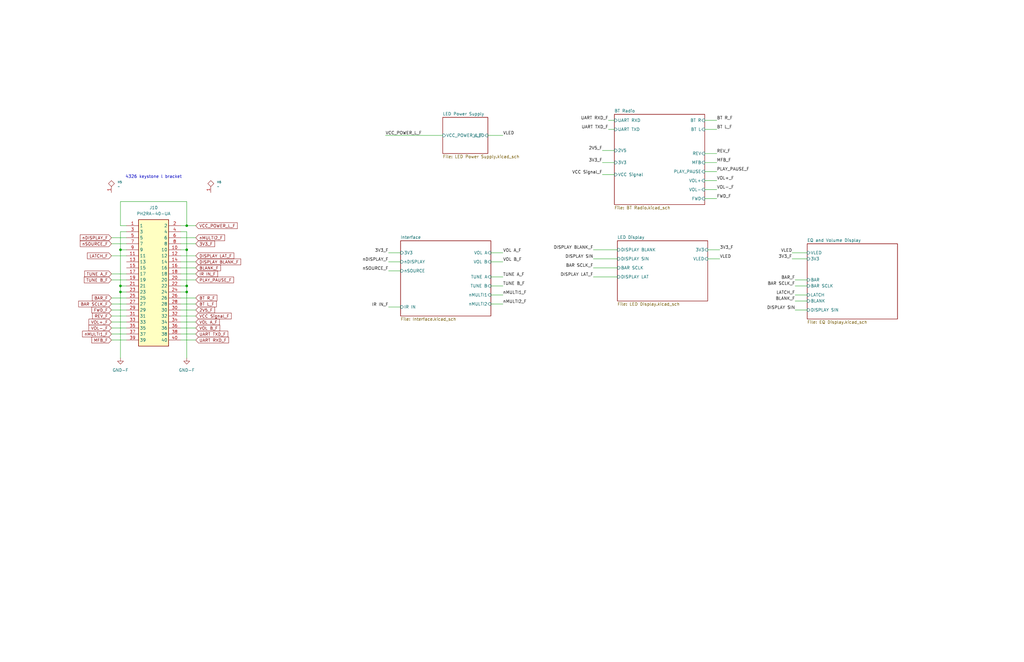
<source format=kicad_sch>
(kicad_sch (version 20231120) (generator "eeschema") (generator_version "8.0")
  (paper "B")
  (lib_symbols
    (symbol "1 Audio Amp:PH2RA-40-UA"
      (property "Reference" "J" (at 19.05 7.62 0))
      (property "Value" "PH2RA-40-UA" (at 19.05 5.08 0))
      (symbol "PH2RA-40-UA_1_1"
        (rectangle (start 5.08 2.54) (end 17.78 -50.8) (stroke (width 0.254)) (fill (type background)))
        (pin passive line (at 0 0 0) (length 5.08) (name "1") (number "1"))
        (pin passive line (at 22.86 -10.16 180) (length 5.08) (name "10") (number "10"))
        (pin passive line (at 0 -12.7 0) (length 5.08) (name "11") (number "11"))
        (pin passive line (at 22.86 -12.7 180) (length 5.08) (name "12") (number "12"))
        (pin passive line (at 0 -15.24 0) (length 5.08) (name "13") (number "13"))
        (pin passive line (at 22.86 -15.24 180) (length 5.08) (name "14") (number "14"))
        (pin passive line (at 0 -17.78 0) (length 5.08) (name "15") (number "15"))
        (pin passive line (at 22.86 -17.78 180) (length 5.08) (name "16") (number "16"))
        (pin passive line (at 0 -20.32 0) (length 5.08) (name "17") (number "17"))
        (pin passive line (at 22.86 -20.32 180) (length 5.08) (name "18") (number "18"))
        (pin passive line (at 0 -22.86 0) (length 5.08) (name "19") (number "19"))
        (pin passive line (at 22.86 0 180) (length 5.08) (name "2") (number "2"))
        (pin passive line (at 22.86 -22.86 180) (length 5.08) (name "20") (number "20"))
        (pin passive line (at 0 -25.4 0) (length 5.08) (name "21") (number "21"))
        (pin passive line (at 22.86 -25.4 180) (length 5.08) (name "22") (number "22"))
        (pin passive line (at 0 -27.94 0) (length 5.08) (name "23") (number "23"))
        (pin passive line (at 22.86 -27.94 180) (length 5.08) (name "24") (number "24"))
        (pin passive line (at 0 -30.48 0) (length 5.08) (name "25") (number "25"))
        (pin passive line (at 22.86 -30.48 180) (length 5.08) (name "26") (number "26"))
        (pin passive line (at 0 -33.02 0) (length 5.08) (name "27") (number "27"))
        (pin passive line (at 22.86 -33.02 180) (length 5.08) (name "28") (number "28"))
        (pin passive line (at 0 -35.56 0) (length 5.08) (name "29") (number "29"))
        (pin passive line (at 0 -2.54 0) (length 5.08) (name "3") (number "3"))
        (pin passive line (at 22.86 -35.56 180) (length 5.08) (name "30") (number "30"))
        (pin passive line (at 0 -38.1 0) (length 5.08) (name "31") (number "31"))
        (pin passive line (at 22.86 -38.1 180) (length 5.08) (name "32") (number "32"))
        (pin passive line (at 0 -40.64 0) (length 5.08) (name "33") (number "33"))
        (pin passive line (at 22.86 -40.64 180) (length 5.08) (name "34") (number "34"))
        (pin passive line (at 0 -43.18 0) (length 5.08) (name "35") (number "35"))
        (pin passive line (at 22.86 -43.18 180) (length 5.08) (name "36") (number "36"))
        (pin passive line (at 0 -45.72 0) (length 5.08) (name "37") (number "37"))
        (pin passive line (at 22.86 -45.72 180) (length 5.08) (name "38") (number "38"))
        (pin passive line (at 0 -48.26 0) (length 5.08) (name "39") (number "39"))
        (pin passive line (at 22.86 -2.54 180) (length 5.08) (name "4") (number "4"))
        (pin passive line (at 22.86 -48.26 180) (length 5.08) (name "40") (number "40"))
        (pin passive line (at 0 -5.08 0) (length 5.08) (name "5") (number "5"))
        (pin passive line (at 22.86 -5.08 180) (length 5.08) (name "6") (number "6"))
        (pin passive line (at 0 -7.62 0) (length 5.08) (name "7") (number "7"))
        (pin passive line (at 22.86 -7.62 180) (length 5.08) (name "8") (number "8"))
        (pin passive line (at 0 -10.16 0) (length 5.08) (name "9") (number "9"))
      )
    )
    (symbol "1 Audio Amp:TP"
      (property "Reference" "TP" (at 2.54 -1.27 0))
      (symbol "TP_0_1"
        (polyline (pts (xy 0 -1.27) (xy 1.27 0) (xy 0 1.27) (xy -1.27 0) (xy 0 -1.27)))
      )
      (symbol "TP_1_1"
        (pin input line (at 0 -3.81 90) (length 2.54) (name "") (number "1"))
      )
    )
    (symbol "GND_1" (power) (pin_names (offset 0))
      (property "Value" "GND" (at 0 -3.81 0))
      (symbol "GND_1_0_1"
        (polyline (pts (xy 0 0) (xy 0 -1.27) (xy 1.27 -1.27) (xy 0 -2.54) (xy -1.27 -1.27) (xy 0 -1.27)))
      )
      (symbol "GND_1_1_1"
        (pin power_in line (at 0 0 270) (length 0) hide (name "GND") (number "1"))
      )
    )
    (symbol "GND_7" (power) (pin_names (offset 0))
      (property "Value" "GND" (at 0 -3.81 0))
      (symbol "GND_7_0_1"
        (polyline (pts (xy 0 0) (xy 0 -1.27) (xy 1.27 -1.27) (xy 0 -2.54) (xy -1.27 -1.27) (xy 0 -1.27)))
      )
      (symbol "GND_7_1_1"
        (pin power_in line (at 0 0 270) (length 0) hide (name "GND") (number "1"))
      )
    )
  )
  (junction (at 50.8 105.41))
  (junction (at 78.74 95.25))
  (junction (at 50.8 120.65))
  (junction (at 78.74 123.19))
  (junction (at 50.8 123.19))
  (junction (at 78.74 105.41))
  (junction (at 78.74 120.65))
  (wire (pts (xy 340.36 106.68) (xy 334.01 106.68)))
  (wire (pts (xy 76.2 138.43) (xy 82.55 138.43)))
  (wire (pts (xy 163.83 129.54) (xy 168.91 129.54)))
  (wire (pts (xy 50.8 95.25) (xy 50.8 85.09)))
  (wire (pts (xy 212.09 116.84) (xy 207.01 116.84)))
  (wire (pts (xy 76.2 105.41) (xy 78.74 105.41)))
  (wire (pts (xy 162.56 57.15) (xy 186.69 57.15)))
  (wire (pts (xy 76.2 113.03) (xy 82.55 113.03)))
  (wire (pts (xy 340.36 109.22) (xy 334.01 109.22)))
  (wire (pts (xy 50.8 123.19) (xy 50.8 151.13)))
  (wire (pts (xy 297.18 76.2) (xy 302.26 76.2)))
  (wire (pts (xy 340.36 120.65) (xy 335.28 120.65)))
  (wire (pts (xy 46.99 138.43) (xy 53.34 138.43)))
  (wire (pts (xy 46.99 140.97) (xy 53.34 140.97)))
  (wire (pts (xy 76.2 102.87) (xy 82.55 102.87)))
  (wire (pts (xy 46.99 128.27) (xy 53.34 128.27)))
  (wire (pts (xy 78.74 123.19) (xy 78.74 151.13)))
  (wire (pts (xy 50.8 95.25) (xy 53.34 95.25)))
  (wire (pts (xy 76.2 100.33) (xy 82.55 100.33)))
  (wire (pts (xy 298.45 109.22) (xy 303.53 109.22)))
  (wire (pts (xy 212.09 128.27) (xy 207.01 128.27)))
  (wire (pts (xy 76.2 115.57) (xy 82.55 115.57)))
  (wire (pts (xy 76.2 130.81) (xy 82.55 130.81)))
  (wire (pts (xy 76.2 97.79) (xy 78.74 97.79)))
  (wire (pts (xy 256.54 54.61) (xy 259.08 54.61)))
  (wire (pts (xy 50.8 97.79) (xy 50.8 105.41)))
  (wire (pts (xy 78.74 97.79) (xy 78.74 105.41)))
  (wire (pts (xy 46.99 100.33) (xy 53.34 100.33)))
  (wire (pts (xy 297.18 80.01) (xy 302.26 80.01)))
  (wire (pts (xy 212.09 106.68) (xy 207.01 106.68)))
  (wire (pts (xy 205.74 57.15) (xy 212.09 57.15)))
  (wire (pts (xy 297.18 64.77) (xy 302.26 64.77)))
  (wire (pts (xy 46.99 107.95) (xy 53.34 107.95)))
  (wire (pts (xy 163.83 114.3) (xy 168.91 114.3)))
  (wire (pts (xy 163.83 106.68) (xy 168.91 106.68)))
  (wire (pts (xy 297.18 50.8) (xy 302.26 50.8)))
  (wire (pts (xy 76.2 123.19) (xy 78.74 123.19)))
  (wire (pts (xy 76.2 125.73) (xy 82.55 125.73)))
  (wire (pts (xy 50.8 120.65) (xy 53.34 120.65)))
  (wire (pts (xy 76.2 107.95) (xy 82.55 107.95)))
  (wire (pts (xy 78.74 120.65) (xy 78.74 123.19)))
  (wire (pts (xy 76.2 110.49) (xy 82.55 110.49)))
  (wire (pts (xy 78.74 105.41) (xy 78.74 120.65)))
  (wire (pts (xy 256.54 50.8) (xy 259.08 50.8)))
  (wire (pts (xy 76.2 133.35) (xy 82.55 133.35)))
  (wire (pts (xy 163.83 110.49) (xy 168.91 110.49)))
  (wire (pts (xy 78.74 85.09) (xy 78.74 95.25)))
  (wire (pts (xy 46.99 133.35) (xy 53.34 133.35)))
  (wire (pts (xy 250.19 109.22) (xy 260.35 109.22)))
  (wire (pts (xy 76.2 95.25) (xy 78.74 95.25)))
  (wire (pts (xy 76.2 118.11) (xy 82.55 118.11)))
  (wire (pts (xy 212.09 124.46) (xy 207.01 124.46)))
  (wire (pts (xy 46.99 115.57) (xy 53.34 115.57)))
  (wire (pts (xy 259.08 68.58) (xy 254 68.58)))
  (wire (pts (xy 46.99 135.89) (xy 53.34 135.89)))
  (wire (pts (xy 250.19 116.84) (xy 260.35 116.84)))
  (wire (pts (xy 76.2 128.27) (xy 82.55 128.27)))
  (wire (pts (xy 212.09 110.49) (xy 207.01 110.49)))
  (wire (pts (xy 53.34 123.19) (xy 50.8 123.19)))
  (wire (pts (xy 76.2 143.51) (xy 82.55 143.51)))
  (wire (pts (xy 340.36 127) (xy 335.28 127)))
  (wire (pts (xy 76.2 120.65) (xy 78.74 120.65)))
  (wire (pts (xy 46.99 143.51) (xy 53.34 143.51)))
  (wire (pts (xy 46.99 118.11) (xy 53.34 118.11)))
  (wire (pts (xy 46.99 102.87) (xy 53.34 102.87)))
  (wire (pts (xy 340.36 124.46) (xy 335.28 124.46)))
  (wire (pts (xy 53.34 105.41) (xy 50.8 105.41)))
  (wire (pts (xy 298.45 105.41) (xy 303.53 105.41)))
  (wire (pts (xy 340.36 118.11) (xy 335.28 118.11)))
  (wire (pts (xy 212.09 120.65) (xy 207.01 120.65)))
  (wire (pts (xy 50.8 105.41) (xy 50.8 120.65)))
  (wire (pts (xy 50.8 120.65) (xy 50.8 123.19)))
  (wire (pts (xy 250.19 113.03) (xy 260.35 113.03)))
  (wire (pts (xy 53.34 97.79) (xy 50.8 97.79)))
  (wire (pts (xy 297.18 83.82) (xy 302.26 83.82)))
  (wire (pts (xy 254 63.5) (xy 259.08 63.5)))
  (wire (pts (xy 46.99 125.73) (xy 53.34 125.73)))
  (wire (pts (xy 78.74 95.25) (xy 82.55 95.25)))
  (wire (pts (xy 50.8 85.09) (xy 78.74 85.09)))
  (wire (pts (xy 259.08 73.66) (xy 254 73.66)))
  (wire (pts (xy 76.2 135.89) (xy 82.55 135.89)))
  (wire (pts (xy 297.18 72.39) (xy 302.26 72.39)))
  (wire (pts (xy 297.18 54.61) (xy 302.26 54.61)))
  (wire (pts (xy 46.99 130.81) (xy 53.34 130.81)))
  (wire (pts (xy 297.18 68.58) (xy 302.26 68.58)))
  (wire (pts (xy 76.2 140.97) (xy 82.55 140.97)))
  (wire (pts (xy 250.19 105.41) (xy 260.35 105.41)))
  (wire (pts (xy 335.28 130.81) (xy 340.36 130.81)))
  (text "4326 keystone l bracket" (at 64.77 74.676 0) (effects (font (size 1.27 1.27))))
  (label "VLED" (at 303.53 109.22 0))
  (label "BAR_F" (at 335.28 118.11 180))
  (label "MFB_F" (at 302.26 68.58 0))
  (label "DISPLAY BLANK_F" (at 250.19 105.41 180))
  (label "REV_F" (at 302.26 64.77 0))
  (label "VLED" (at 212.09 57.15 0))
  (label "LATCH_F" (at 335.28 124.46 180))
  (label "DISPLAY SIN" (at 335.28 130.81 180))
  (label "2V5_F" (at 254 63.5 180))
  (label "BT L_F" (at 302.26 54.61 0))
  (label "PLAY_PAUSE_F" (at 302.26 72.39 0))
  (label "VCC_POWER_L_F" (at 162.56 57.15 0))
  (label "VLED" (at 334.01 106.68 180))
  (label "BLANK_F" (at 335.28 127 180))
  (label "IR IN_F" (at 163.83 129.54 180))
  (label "3V3_F" (at 254 68.58 180))
  (label "VOL B_F" (at 212.09 110.49 0))
  (label "BT R_F" (at 302.26 50.8 0))
  (label "VOL-_F" (at 302.26 80.01 0))
  (label "BAR SCLK_F" (at 335.28 120.65 180))
  (label "VOL+_F" (at 302.26 76.2 0))
  (label "nDISPLAY_F" (at 163.83 110.49 180))
  (label "3V3_F" (at 163.83 106.68 180))
  (label "BAR SCLK_F" (at 250.19 113.03 180))
  (label "VCC Signal_F" (at 254 73.66 180))
  (label "nMULTI2_F" (at 212.09 128.27 0))
  (label "TUNE A_F" (at 212.09 116.84 0))
  (label "TUNE B_F" (at 212.09 120.65 0))
  (label "3V3_F" (at 334.01 109.22 180))
  (label "FWD_F" (at 302.26 83.82 0))
  (label "UART RXD_F" (at 256.54 50.8 180))
  (label "VOL A_F" (at 212.09 106.68 0))
  (label "DISPLAY LAT_F" (at 250.19 116.84 180))
  (label "DISPLAY SIN" (at 250.19 109.22 180))
  (label "3V3_F" (at 303.53 105.41 0))
  (label "nMULTI1_F" (at 212.09 124.46 0))
  (label "UART TXD_F" (at 256.54 54.61 180))
  (label "nSOURCE_F" (at 163.83 114.3 180))
  (global_label "nMULTI1_F" (shape input) (at 46.99 140.97 180) (property "Intersheetrefs" "${INTERSHEET_REFS}" (effects (hide yes))))
  (global_label "BT L_F" (shape input) (at 82.55 128.27 0) (property "Intersheetrefs" "${INTERSHEET_REFS}" (effects (hide yes))))
  (global_label "nMULTI2_F" (shape input) (at 82.55 100.33 0) (property "Intersheetrefs" "${INTERSHEET_REFS}" (effects (hide yes))))
  (global_label "TUNE B_F" (shape input) (at 46.99 118.11 180) (property "Intersheetrefs" "${INTERSHEET_REFS}" (effects (hide yes))))
  (global_label "VOL B_F" (shape input) (at 82.55 138.43 0) (property "Intersheetrefs" "${INTERSHEET_REFS}" (effects (hide yes))))
  (global_label "PLAY_PAUSE_F" (shape input) (at 82.55 118.11 0) (property "Intersheetrefs" "${INTERSHEET_REFS}" (effects (hide yes))))
  (global_label "UART TXD_F" (shape input) (at 82.55 140.97 0) (property "Intersheetrefs" "${INTERSHEET_REFS}" (effects (hide yes))))
  (global_label "2V5_F" (shape input) (at 82.55 130.81 0) (property "Intersheetrefs" "${INTERSHEET_REFS}" (effects (hide yes))))
  (global_label "MFB_F" (shape input) (at 46.99 143.51 180) (property "Intersheetrefs" "${INTERSHEET_REFS}" (effects (hide yes))))
  (global_label "3V3_F" (shape input) (at 82.55 102.87 0) (property "Intersheetrefs" "${INTERSHEET_REFS}" (effects (hide yes))))
  (global_label "UART RXD_F" (shape input) (at 82.55 143.51 0) (property "Intersheetrefs" "${INTERSHEET_REFS}" (effects (hide yes))))
  (global_label "nDISPLAY_F" (shape input) (at 46.99 100.33 180) (property "Intersheetrefs" "${INTERSHEET_REFS}" (effects (hide yes))))
  (global_label "VOL-_F" (shape input) (at 46.99 138.43 180) (property "Intersheetrefs" "${INTERSHEET_REFS}" (effects (hide yes))))
  (global_label "REV_F" (shape input) (at 46.99 133.35 180) (property "Intersheetrefs" "${INTERSHEET_REFS}" (effects (hide yes))))
  (global_label "FWD_F" (shape input) (at 46.99 130.81 180) (property "Intersheetrefs" "${INTERSHEET_REFS}" (effects (hide yes))))
  (global_label "DISPLAY BLANK_F" (shape input) (at 82.55 110.49 0) (property "Intersheetrefs" "${INTERSHEET_REFS}" (effects (hide yes))))
  (global_label "IR IN_F" (shape input) (at 82.55 115.57 0) (property "Intersheetrefs" "${INTERSHEET_REFS}" (effects (hide yes))))
  (global_label "TUNE A_F" (shape input) (at 46.99 115.57 180) (property "Intersheetrefs" "${INTERSHEET_REFS}" (effects (hide yes))))
  (global_label "VCC_POWER_L_F" (shape input) (at 82.55 95.25 0) (property "Intersheetrefs" "${INTERSHEET_REFS}" (effects (hide yes))))
  (global_label "VOL+_F" (shape input) (at 46.99 135.89 180) (property "Intersheetrefs" "${INTERSHEET_REFS}" (effects (hide yes))))
  (global_label "VCC Signal_F" (shape input) (at 82.55 133.35 0) (property "Intersheetrefs" "${INTERSHEET_REFS}" (effects (hide yes))))
  (global_label "BT R_F" (shape input) (at 82.55 125.73 0) (property "Intersheetrefs" "${INTERSHEET_REFS}" (effects (hide yes))))
  (global_label "BAR_F" (shape input) (at 46.99 125.73 180) (property "Intersheetrefs" "${INTERSHEET_REFS}" (effects (hide yes))))
  (global_label "BAR SCLK_F" (shape input) (at 46.99 128.27 180) (property "Intersheetrefs" "${INTERSHEET_REFS}" (effects (hide yes))))
  (global_label "LATCH_F" (shape input) (at 46.99 107.95 180) (property "Intersheetrefs" "${INTERSHEET_REFS}" (effects (hide yes))))
  (global_label "BLANK_F" (shape input) (at 82.55 113.03 0) (property "Intersheetrefs" "${INTERSHEET_REFS}" (effects (hide yes))))
  (global_label "DISPLAY LAT_F" (shape input) (at 82.55 107.95 0) (property "Intersheetrefs" "${INTERSHEET_REFS}" (effects (hide yes))))
  (global_label "nSOURCE_F" (shape input) (at 46.99 102.87 180) (property "Intersheetrefs" "${INTERSHEET_REFS}" (effects (hide yes))))
  (global_label "VOL A_F" (shape input) (at 82.55 135.89 0) (property "Intersheetrefs" "${INTERSHEET_REFS}" (effects (hide yes))))
  (symbol (lib_name "GND_1") (lib_id "power:GND") (at 78.74 151.13 0) (mirror y) (unit 1)
    (property "Reference" "#PWR0265" (effects (hide yes)))
    (property "Value" "GND-F" (at 78.74 156.21 0))
  )
  (symbol (lib_id "1 Audio Amp:TP") (at 88.9 77.47 0) (unit 1)
    (property "Reference" "H6" (at 91.44 76.835 0) (effects (font (size 0.9 0.9)) (justify left)))
    (property "Value" "~" (at 91.44 78.74 0) (effects (justify left)))
    (property "Footprint" "MountingHole:MountingHole_3.7mm_Pad_TopBottom" (effects (hide yes)))
  )
  (symbol (lib_id "1 Audio Amp:TP") (at 46.99 77.47 0) (unit 1)
    (property "Reference" "H5" (at 49.53 76.835 0) (effects (font (size 0.9 0.9)) (justify left)))
    (property "Value" "~" (at 49.53 78.74 0) (effects (justify left)))
    (property "Footprint" "MountingHole:MountingHole_3.7mm_Pad_TopBottom" (effects (hide yes)))
  )
  (symbol (lib_name "GND_7") (lib_id "power:GND") (at 50.8 151.13 0) (mirror y) (unit 1)
    (property "Reference" "#PWR0264" (effects (hide yes)))
    (property "Value" "GND-F" (at 50.8 156.21 0))
  )
  (symbol (lib_id "1 Audio Amp:PH2RA-40-UA") (at 53.34 95.25 0) (unit 1)
    (property "Reference" "J10" (at 64.77 87.63 0))
    (property "Value" "PH2RA-40-UA" (at 64.77 90.17 0))
    (property "Footprint" "1 Audio Amp:HDRRA40W64P254_2X20_5080X250X500P" (effects (hide yes)))
    (property "Datasheet" "https://app.adam-tech.com/products/download/data_sheet/200508/ph2ra-xx-ua-data-sheet.pdf" (effects (hide yes)))
    (property "Description" "Connector Header Through Hole, Right Angle 40 position 0.100\" (2.54mm)" (effects (hide yes)))
    (property "Height" "5" (effects (hide yes)))
    (property "Manufacturer_Name" "Adam Tech" (effects (hide yes)))
    (property "Manufacturer_Part_Number" "PH2RA-40-UA" (effects (hide yes)))
    (property "Mouser Part Number" "737-PH2RA-40-UA" (effects (hide yes)))
    (property "Mouser Price/Stock" "https://www.mouser.co.uk/ProductDetail/Adam-Tech/PH2RA-40-UA?qs=HoCaDK9Nz5efc%252BNyH2K8lg%3D%3D" (effects (hide yes)))
  )
  (sheet (at 260.35 101.6) (size 38.1 25.4) (stroke (width 0.1524))
    (property "Sheetname" "LED Display" (at 260.35 100.8884 0) (effects (justify left bottom)))
    (property "Sheetfile" "LED Display.kicad_sch" (at 260.35 127.5846 0) (effects (justify left top)))
    (pin "DISPLAY BLANK" input (at 260.35 105.41 180))
    (pin "DISPLAY SIN" input (at 260.35 109.22 180))
    (pin "DISPLAY LAT" input (at 260.35 116.84 180))
    (pin "VLED" input (at 298.45 109.22 0))
    (pin "BAR SCLK" input (at 260.35 113.03 180))
    (pin "3V3" input (at 298.45 105.41 0))
  )
  (sheet (at 259.08 48.26) (size 38.1 38.1) (stroke (width 0.1524))
    (property "Sheetname" "BT Radio" (at 259.08 47.5484 0) (effects (justify left bottom)))
    (property "Sheetfile" "BT Radio.kicad_sch" (at 259.08 86.9446 0) (effects (justify left top)))
    (pin "FWD" input (at 297.18 83.82 0))
    (pin "VOL-" input (at 297.18 80.01 0))
    (pin "VOL+" input (at 297.18 76.2 0))
    (pin "PLAY_PAUSE" input (at 297.18 72.39 0))
    (pin "MFB" input (at 297.18 68.58 0))
    (pin "REV" input (at 297.18 64.77 0))
    (pin "VCC Signal" input (at 259.08 73.66 180))
    (pin "BT R" input (at 297.18 50.8 0))
    (pin "BT L" input (at 297.18 54.61 0))
    (pin "3V3" input (at 259.08 68.58 180))
    (pin "UART RXD" input (at 259.08 50.8 180))
    (pin "UART TXD" input (at 259.08 54.61 180))
    (pin "2V5" input (at 259.08 63.5 180))
  )
  (sheet (at 168.91 101.6) (size 38.1 31.75) (stroke (width 0.1524))
    (property "Sheetname" "Interface" (at 168.91 100.8884 0) (effects (justify left bottom)))
    (property "Sheetfile" "Interface.kicad_sch" (at 168.91 133.9346 0) (effects (justify left top)))
    (pin "3V3" input (at 168.91 106.68 180))
    (pin "nSOURCE" input (at 168.91 114.3 180))
    (pin "nMULTI1" input (at 207.01 124.46 0))
    (pin "VOL B" input (at 207.01 110.49 0))
    (pin "TUNE A" input (at 207.01 116.84 0))
    (pin "nMULTI2" input (at 207.01 128.27 0))
    (pin "TUNE B" input (at 207.01 120.65 0))
    (pin "VOL A" input (at 207.01 106.68 0))
    (pin "nDISPLAY" input (at 168.91 110.49 180))
    (pin "IR IN" input (at 168.91 129.54 180))
  )
  (sheet (at 186.69 49.53) (size 19.05 15.24) (stroke (width 0.1524))
    (property "Sheetname" "LED Power Supply" (at 186.69 48.8184 0) (effects (justify left bottom)))
    (property "Sheetfile" "LED Power Supply.kicad_sch" (at 186.69 65.3546 0) (effects (justify left top)))
    (pin "VLED" input (at 205.74 57.15 0))
    (pin "VCC_POWER_L_F" input (at 186.69 57.15 180))
  )
  (sheet (at 340.36 102.87) (size 38.1 31.75) (stroke (width 0.1524))
    (property "Sheetname" "EQ and Volume Display" (at 340.36 102.1584 0) (effects (justify left bottom)))
    (property "Sheetfile" "EQ Display.kicad_sch" (at 340.36 135.2046 0) (effects (justify left top)))
    (pin "BAR" input (at 340.36 118.11 180))
    (pin "VLED" input (at 340.36 106.68 180))
    (pin "BLANK" input (at 340.36 127 180))
    (pin "3V3" input (at 340.36 109.22 180))
    (pin "LATCH" input (at 340.36 124.46 180))
    (pin "BAR SCLK" input (at 340.36 120.65 180))
    (pin "DISPLAY SIN" input (at 340.36 130.81 180))
  )
)
</source>
